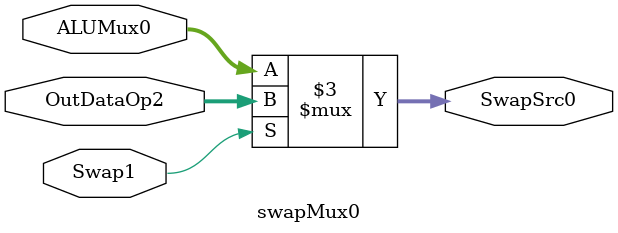
<source format=v>
module swapMux0(
	input [15:0] ALUMux0, OutDataOp2,
	input Swap1,
	output reg [15:0] SwapSrc0
);

always@(*) begin
	if (Swap1) begin
		SwapSrc0 = OutDataOp2;
	end
	else begin
		SwapSrc0 = ALUMux0;
	end
end

endmodule

</source>
